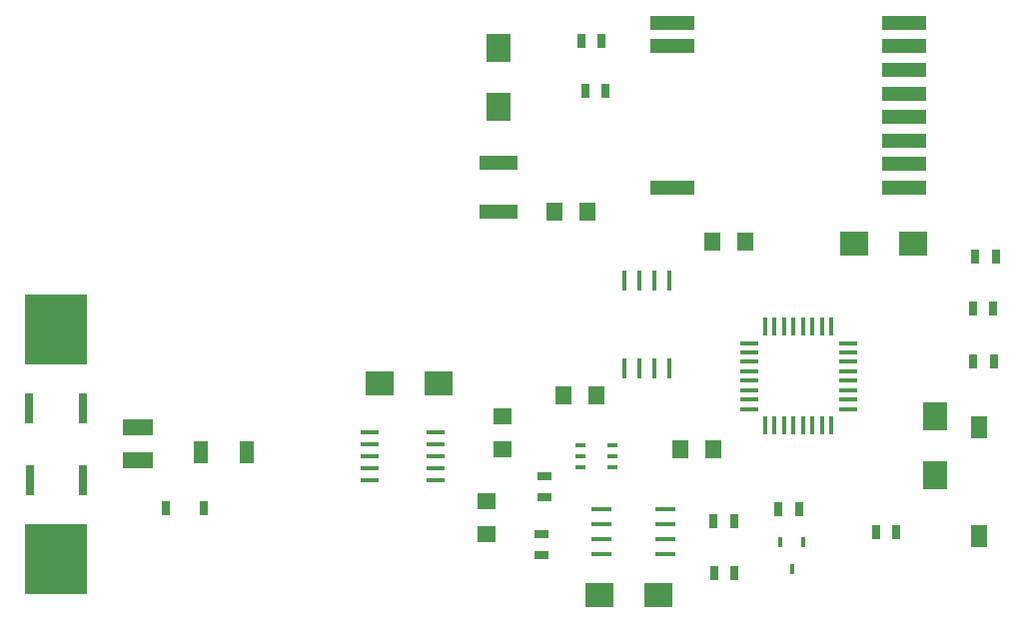
<source format=gbr>
G04 DipTrace 3.2.0.1*
G04 TopPaste.gbr*
%MOMM*%
G04 #@! TF.FileFunction,Paste,Top*
G04 #@! TF.Part,Single*
%ADD86R,1.55X0.45*%
%ADD88R,0.45X0.85*%
%ADD90R,0.9X0.4*%
%ADD92R,1.8X0.4*%
%ADD94R,0.4X1.8*%
%ADD96R,0.3X1.5*%
%ADD98R,1.5X0.3*%
%ADD100R,3.8X1.3*%
%ADD102R,1.4X1.98*%
%ADD108R,0.8X1.3*%
%ADD112R,1.2X0.65*%
%ADD118R,5.35X5.95*%
%ADD120R,0.8X2.55*%
%ADD123R,3.2X1.2*%
%ADD134R,1.2X1.9*%
%ADD136R,0.65X1.2*%
%ADD138R,1.6X1.4*%
%ADD140R,2.5X1.4*%
%ADD142R,1.4X1.6*%
%ADD144R,2.0X2.4*%
%ADD146R,2.4X2.0*%
%FSLAX35Y35*%
G04*
G71*
G90*
G75*
G01*
G04 TopPaste*
%LPD*%
D146*
X1368907Y4043017D3*
X1868907D3*
D144*
X2057560Y2077313D3*
Y2577313D3*
D142*
X-1172250Y4309057D3*
X-892250D3*
X445310Y4062933D3*
X165310D3*
X-102797Y2301507D3*
X177203D3*
D146*
X-790550Y1058607D3*
X-290550D3*
D142*
X-1094383Y2753980D3*
X-814383D3*
D144*
X-1646333Y5199920D3*
Y5699920D3*
D140*
X-4703653Y2202213D3*
Y2482213D3*
D138*
X-1612163Y2575920D3*
Y2295920D3*
X-1744957Y1854537D3*
Y1574537D3*
D146*
X-2655280Y2857467D3*
X-2155280D3*
D136*
X2395047Y3928073D3*
X2570047D3*
X2374913Y3490313D3*
X2549913D3*
X2380643Y3043727D3*
X2555643D3*
D134*
X-3778250Y2270123D3*
X-4168237D3*
D123*
X-1644097Y4725067D3*
Y4315067D3*
D120*
X-5622323Y2641157D3*
X-5166323D3*
D118*
X-5394323Y3311157D3*
D120*
X-5162723Y2035410D3*
X-5618723D3*
D118*
X-5390723Y1365410D3*
D136*
X1552130Y1592193D3*
X1727130D3*
D112*
X-1278757Y1579337D3*
Y1404337D3*
X-1257030Y2069413D3*
Y1894413D3*
D136*
X180913Y1248000D3*
X355913D3*
X178217Y1685833D3*
X353217D3*
X730420Y1793363D3*
X905420D3*
D108*
X-4141167Y1797590D3*
X-4461167D3*
D136*
X-944207Y5761093D3*
X-769207D3*
X-735540Y5336813D3*
X-910540D3*
D102*
X2429220Y2481720D3*
Y1561720D3*
D100*
X-174140Y5915710D3*
Y5715710D3*
Y4515710D3*
X1795860D3*
Y4715710D3*
Y4915710D3*
Y5115710D3*
Y5315710D3*
Y5515710D3*
Y5715710D3*
Y5915710D3*
D98*
X1316850Y2639350D3*
Y2719350D3*
Y2799350D3*
Y2879350D3*
Y2959350D3*
Y3039350D3*
Y3119350D3*
Y3199350D3*
D96*
X1176850Y3339350D3*
X1096850D3*
X1016850D3*
X936850D3*
X856850D3*
X776850D3*
X696850D3*
X616850D3*
D98*
X476850Y3199350D3*
Y3119350D3*
Y3039350D3*
Y2959350D3*
Y2879350D3*
Y2799350D3*
Y2719350D3*
Y2639350D3*
D96*
X616850Y2499350D3*
X696850D3*
X776850D3*
X856850D3*
X936850D3*
X1016850D3*
X1096850D3*
X1176850D3*
D94*
X-578977Y2985997D3*
X-451977D3*
X-324977D3*
X-197977D3*
Y3725997D3*
X-324977D3*
X-451977D3*
X-578977D3*
D92*
X-232663Y1409763D3*
Y1536763D3*
Y1663763D3*
Y1790763D3*
X-772663D3*
Y1663763D3*
Y1536763D3*
Y1409763D3*
D90*
X-951630Y2335240D3*
Y2240240D3*
Y2145240D3*
X-681630D3*
Y2240240D3*
Y2335240D3*
D88*
X936983Y1509693D3*
X746983D3*
X841983Y1279693D3*
D86*
X-2177927Y2038583D3*
Y2138583D3*
Y2238583D3*
Y2338583D3*
Y2438583D3*
X-2737927D3*
Y2338583D3*
Y2238583D3*
Y2138583D3*
Y2038583D3*
M02*

</source>
